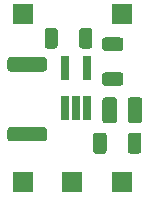
<source format=gts>
G04 #@! TF.GenerationSoftware,KiCad,Pcbnew,(5.1.10)-1*
G04 #@! TF.CreationDate,2023-08-30T00:20:36+03:00*
G04 #@! TF.ProjectId,mini_cc_drive,6d696e69-5f63-4635-9f64-726976652e6b,rev?*
G04 #@! TF.SameCoordinates,Original*
G04 #@! TF.FileFunction,Soldermask,Top*
G04 #@! TF.FilePolarity,Negative*
%FSLAX46Y46*%
G04 Gerber Fmt 4.6, Leading zero omitted, Abs format (unit mm)*
G04 Created by KiCad (PCBNEW (5.1.10)-1) date 2023-08-30 00:20:36*
%MOMM*%
%LPD*%
G01*
G04 APERTURE LIST*
%ADD10R,1.700000X1.700000*%
%ADD11R,0.650000X2.000000*%
G04 APERTURE END LIST*
D10*
X151257000Y-82042000D03*
X155448000Y-67818000D03*
X147066000Y-67818000D03*
X155448000Y-82042000D03*
X147066000Y-82042000D03*
G36*
G01*
X151837500Y-70475002D02*
X151837500Y-69224998D01*
G75*
G02*
X152087498Y-68975000I249998J0D01*
G01*
X152712502Y-68975000D01*
G75*
G02*
X152962500Y-69224998I0J-249998D01*
G01*
X152962500Y-70475002D01*
G75*
G02*
X152712502Y-70725000I-249998J0D01*
G01*
X152087498Y-70725000D01*
G75*
G02*
X151837500Y-70475002I0J249998D01*
G01*
G37*
G36*
G01*
X148912500Y-70475002D02*
X148912500Y-69224998D01*
G75*
G02*
X149162498Y-68975000I249998J0D01*
G01*
X149787502Y-68975000D01*
G75*
G02*
X150037500Y-69224998I0J-249998D01*
G01*
X150037500Y-70475002D01*
G75*
G02*
X149787502Y-70725000I-249998J0D01*
G01*
X149162498Y-70725000D01*
G75*
G02*
X148912500Y-70475002I0J249998D01*
G01*
G37*
D11*
X150622000Y-72331000D03*
X152522000Y-72331000D03*
X152522000Y-75751000D03*
X151572000Y-75751000D03*
X150622000Y-75751000D03*
G36*
G01*
X146021999Y-77365500D02*
X148872001Y-77365500D01*
G75*
G02*
X149122000Y-77615499I0J-249999D01*
G01*
X149122000Y-78340501D01*
G75*
G02*
X148872001Y-78590500I-249999J0D01*
G01*
X146021999Y-78590500D01*
G75*
G02*
X145772000Y-78340501I0J249999D01*
G01*
X145772000Y-77615499D01*
G75*
G02*
X146021999Y-77365500I249999J0D01*
G01*
G37*
G36*
G01*
X146021999Y-71440500D02*
X148872001Y-71440500D01*
G75*
G02*
X149122000Y-71690499I0J-249999D01*
G01*
X149122000Y-72415501D01*
G75*
G02*
X148872001Y-72665500I-249999J0D01*
G01*
X146021999Y-72665500D01*
G75*
G02*
X145772000Y-72415501I0J249999D01*
G01*
X145772000Y-71690499D01*
G75*
G02*
X146021999Y-71440500I249999J0D01*
G01*
G37*
G36*
G01*
X155957000Y-76796000D02*
X155957000Y-75096000D01*
G75*
G02*
X156207000Y-74846000I250000J0D01*
G01*
X156957000Y-74846000D01*
G75*
G02*
X157207000Y-75096000I0J-250000D01*
G01*
X157207000Y-76796000D01*
G75*
G02*
X156957000Y-77046000I-250000J0D01*
G01*
X156207000Y-77046000D01*
G75*
G02*
X155957000Y-76796000I0J250000D01*
G01*
G37*
G36*
G01*
X153807000Y-76796000D02*
X153807000Y-75096000D01*
G75*
G02*
X154057000Y-74846000I250000J0D01*
G01*
X154807000Y-74846000D01*
G75*
G02*
X155057000Y-75096000I0J-250000D01*
G01*
X155057000Y-76796000D01*
G75*
G02*
X154807000Y-77046000I-250000J0D01*
G01*
X154057000Y-77046000D01*
G75*
G02*
X153807000Y-76796000I0J250000D01*
G01*
G37*
G36*
G01*
X154167000Y-78089999D02*
X154167000Y-79390001D01*
G75*
G02*
X153917001Y-79640000I-249999J0D01*
G01*
X153266999Y-79640000D01*
G75*
G02*
X153017000Y-79390001I0J249999D01*
G01*
X153017000Y-78089999D01*
G75*
G02*
X153266999Y-77840000I249999J0D01*
G01*
X153917001Y-77840000D01*
G75*
G02*
X154167000Y-78089999I0J-249999D01*
G01*
G37*
G36*
G01*
X157117000Y-78089999D02*
X157117000Y-79390001D01*
G75*
G02*
X156867001Y-79640000I-249999J0D01*
G01*
X156216999Y-79640000D01*
G75*
G02*
X155967000Y-79390001I0J249999D01*
G01*
X155967000Y-78089999D01*
G75*
G02*
X156216999Y-77840000I249999J0D01*
G01*
X156867001Y-77840000D01*
G75*
G02*
X157117000Y-78089999I0J-249999D01*
G01*
G37*
G36*
G01*
X154035999Y-72733000D02*
X155336001Y-72733000D01*
G75*
G02*
X155586000Y-72982999I0J-249999D01*
G01*
X155586000Y-73633001D01*
G75*
G02*
X155336001Y-73883000I-249999J0D01*
G01*
X154035999Y-73883000D01*
G75*
G02*
X153786000Y-73633001I0J249999D01*
G01*
X153786000Y-72982999D01*
G75*
G02*
X154035999Y-72733000I249999J0D01*
G01*
G37*
G36*
G01*
X154035999Y-69783000D02*
X155336001Y-69783000D01*
G75*
G02*
X155586000Y-70032999I0J-249999D01*
G01*
X155586000Y-70683001D01*
G75*
G02*
X155336001Y-70933000I-249999J0D01*
G01*
X154035999Y-70933000D01*
G75*
G02*
X153786000Y-70683001I0J249999D01*
G01*
X153786000Y-70032999D01*
G75*
G02*
X154035999Y-69783000I249999J0D01*
G01*
G37*
M02*

</source>
